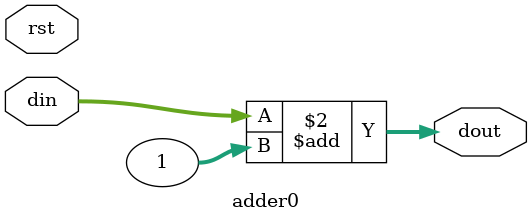
<source format=v>
`timescale 1ns / 1ps

/*** ADDER FOR PC ***/
module adder0 

/*** PARAMETERS ***/
#(parameter
    DATA_WL = 32
)

/*** IN/OUT ***/
(
    // IN
	input                      rst,
	input [DATA_WL - 1 : 0]    din,
	
	// OUT 
	output reg [DATA_WL - 1 : 0]   dout
);

    always @(*) 
    begin
        if(rst) dout = 0;
        dout = din + 1;
    end
endmodule
</source>
